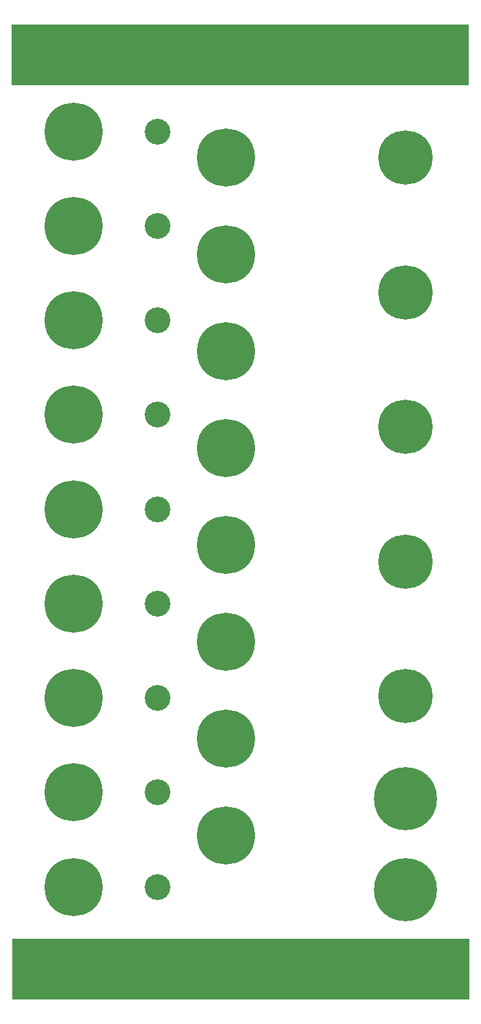
<source format=gbs>
G04 #@! TF.GenerationSoftware,KiCad,Pcbnew,(5.99.0-12261-ga2c28b18a8)*
G04 #@! TF.CreationDate,2021-10-12T13:18:41-07:00*
G04 #@! TF.ProjectId,SCMv3-faceplate-p2,53434d76-332d-4666-9163-65706c617465,rev?*
G04 #@! TF.SameCoordinates,Original*
G04 #@! TF.FileFunction,Soldermask,Bot*
G04 #@! TF.FilePolarity,Negative*
%FSLAX46Y46*%
G04 Gerber Fmt 4.6, Leading zero omitted, Abs format (unit mm)*
G04 Created by KiCad (PCBNEW (5.99.0-12261-ga2c28b18a8)) date 2021-10-12 13:18:41*
%MOMM*%
%LPD*%
G01*
G04 APERTURE LIST*
%ADD10R,60.000000X8.000000*%
%ADD11C,3.378200*%
%ADD12C,7.620000*%
%ADD13C,7.112000*%
%ADD14C,8.255000*%
%ADD15O,7.366000X4.191000*%
G04 APERTURE END LIST*
D10*
X29300000Y-115430000D03*
X29210000Y4460000D03*
D11*
X18356580Y-104648000D03*
D12*
X27381200Y-21729700D03*
X7366000Y-55118000D03*
D11*
X18356580Y-79883000D03*
X18356580Y-55118000D03*
X18356580Y-17970500D03*
D12*
X7366000Y-79883000D03*
D11*
X18356580Y-67500500D03*
X18356580Y-30353000D03*
D13*
X50876200Y-9029700D03*
D11*
X18356580Y-5588000D03*
D13*
X50876200Y-61988700D03*
D11*
X18356580Y-42735500D03*
D12*
X27381200Y-85229700D03*
X27381200Y-47129700D03*
X7366000Y-67500500D03*
X7366000Y-92265500D03*
X27381200Y-59829700D03*
X7366000Y-5588000D03*
D14*
X50876200Y-104990900D03*
D12*
X27381200Y-97929700D03*
X27381200Y-72529700D03*
X7366000Y-104648000D03*
D13*
X50876200Y-79641700D03*
X50876200Y-26682700D03*
D12*
X7366000Y-42735500D03*
X7366000Y-30353000D03*
D11*
X18356580Y-92265500D03*
D13*
X50876200Y-44335700D03*
D12*
X27381200Y-34429700D03*
X27381200Y-9029700D03*
D14*
X50876200Y-93052900D03*
D12*
X7366000Y-17970500D03*
D15*
X52144000Y-116688300D03*
X6529999Y-116688300D03*
X52144000Y5817300D03*
X6529999Y5817300D03*
M02*

</source>
